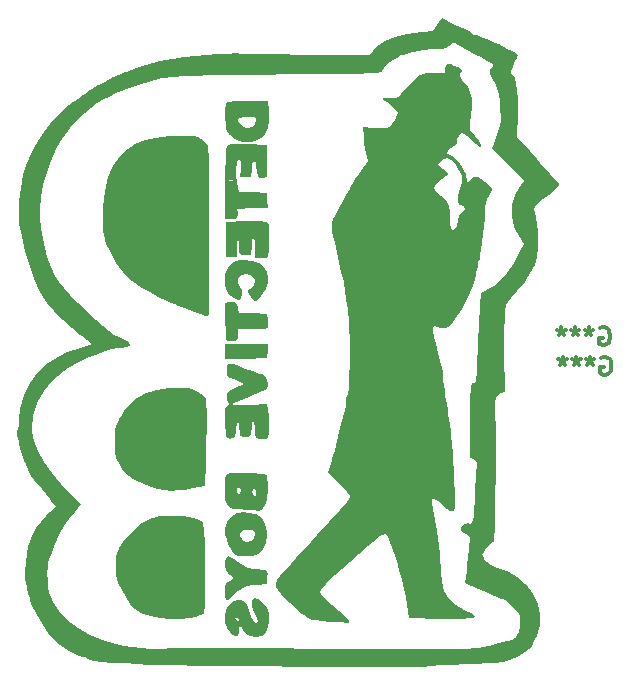
<source format=gbr>
%TF.GenerationSoftware,KiCad,Pcbnew,(6.0.0)*%
%TF.CreationDate,2022-05-29T15:10:24+02:00*%
%TF.ProjectId,DETECTIVE BOYS BADGE,44455445-4354-4495-9645-20424f595320,rev?*%
%TF.SameCoordinates,Original*%
%TF.FileFunction,Legend,Bot*%
%TF.FilePolarity,Positive*%
%FSLAX46Y46*%
G04 Gerber Fmt 4.6, Leading zero omitted, Abs format (unit mm)*
G04 Created by KiCad (PCBNEW (6.0.0)) date 2022-05-29 15:10:24*
%MOMM*%
%LPD*%
G01*
G04 APERTURE LIST*
%ADD10C,0.300000*%
G04 APERTURE END LIST*
D10*
%TO.C,G\u002A\u002A\u002A*%
X179742571Y-126238000D02*
X179887714Y-126165428D01*
X180105428Y-126165428D01*
X180323142Y-126238000D01*
X180468285Y-126383142D01*
X180540857Y-126528285D01*
X180613428Y-126818571D01*
X180613428Y-127036285D01*
X180540857Y-127326571D01*
X180468285Y-127471714D01*
X180323142Y-127616857D01*
X180105428Y-127689428D01*
X179960285Y-127689428D01*
X179742571Y-127616857D01*
X179670000Y-127544285D01*
X179670000Y-127036285D01*
X179960285Y-127036285D01*
X178799142Y-126165428D02*
X178799142Y-126528285D01*
X179162000Y-126383142D02*
X178799142Y-126528285D01*
X178436285Y-126383142D01*
X179016857Y-126818571D02*
X178799142Y-126528285D01*
X178581428Y-126818571D01*
X177638000Y-126165428D02*
X177638000Y-126528285D01*
X178000857Y-126383142D02*
X177638000Y-126528285D01*
X177275142Y-126383142D01*
X177855714Y-126818571D02*
X177638000Y-126528285D01*
X177420285Y-126818571D01*
X176476857Y-126165428D02*
X176476857Y-126528285D01*
X176839714Y-126383142D02*
X176476857Y-126528285D01*
X176114000Y-126383142D01*
X176694571Y-126818571D02*
X176476857Y-126528285D01*
X176259142Y-126818571D01*
X179842571Y-128738000D02*
X179987714Y-128665428D01*
X180205428Y-128665428D01*
X180423142Y-128738000D01*
X180568285Y-128883142D01*
X180640857Y-129028285D01*
X180713428Y-129318571D01*
X180713428Y-129536285D01*
X180640857Y-129826571D01*
X180568285Y-129971714D01*
X180423142Y-130116857D01*
X180205428Y-130189428D01*
X180060285Y-130189428D01*
X179842571Y-130116857D01*
X179770000Y-130044285D01*
X179770000Y-129536285D01*
X180060285Y-129536285D01*
X178899142Y-128665428D02*
X178899142Y-129028285D01*
X179262000Y-128883142D02*
X178899142Y-129028285D01*
X178536285Y-128883142D01*
X179116857Y-129318571D02*
X178899142Y-129028285D01*
X178681428Y-129318571D01*
X177738000Y-128665428D02*
X177738000Y-129028285D01*
X178100857Y-128883142D02*
X177738000Y-129028285D01*
X177375142Y-128883142D01*
X177955714Y-129318571D02*
X177738000Y-129028285D01*
X177520285Y-129318571D01*
X176576857Y-128665428D02*
X176576857Y-129028285D01*
X176939714Y-128883142D02*
X176576857Y-129028285D01*
X176214000Y-128883142D01*
X176794571Y-129318571D02*
X176576857Y-129028285D01*
X176359142Y-129318571D01*
G36*
X150571279Y-151193424D02*
G01*
X150700032Y-151177080D01*
X150769436Y-151021546D01*
X150712140Y-150763215D01*
X150531280Y-150459569D01*
X150495474Y-150408797D01*
X150368031Y-150112479D01*
X150296080Y-149755621D01*
X150283632Y-149410829D01*
X150334698Y-149150709D01*
X150453288Y-149047867D01*
X150478307Y-149049268D01*
X150747302Y-149150168D01*
X151076279Y-149366272D01*
X151381960Y-149635090D01*
X151581069Y-149894135D01*
X151636547Y-150022923D01*
X151735462Y-150508007D01*
X151724944Y-151049593D01*
X151617640Y-151575191D01*
X151426200Y-152012310D01*
X151163273Y-152288461D01*
X151071805Y-152334894D01*
X150619216Y-152417116D01*
X150145450Y-152313355D01*
X149719069Y-152048638D01*
X149408634Y-151647990D01*
X149222507Y-151274882D01*
X149214808Y-151786493D01*
X149195903Y-152085832D01*
X149125783Y-152255087D01*
X148977052Y-152298104D01*
X148956211Y-152296972D01*
X148711493Y-152180448D01*
X148436891Y-151921749D01*
X148195052Y-151591029D01*
X148048624Y-151258440D01*
X148035974Y-151205092D01*
X148002249Y-150771351D01*
X148882422Y-150771351D01*
X148966351Y-150913744D01*
X149057797Y-151014540D01*
X149161660Y-151094313D01*
X149182364Y-151074361D01*
X149207109Y-150913744D01*
X149180662Y-150823292D01*
X149011801Y-150733176D01*
X148993013Y-150733344D01*
X148882422Y-150771351D01*
X148002249Y-150771351D01*
X147990465Y-150619801D01*
X148103297Y-150084954D01*
X148349649Y-149646291D01*
X148704702Y-149349552D01*
X149143637Y-149240474D01*
X149376827Y-149251895D01*
X149600761Y-149323251D01*
X149771280Y-149498293D01*
X149926323Y-149820146D01*
X150103828Y-150331933D01*
X150230188Y-150684154D01*
X150344257Y-150913744D01*
X150411397Y-151048879D01*
X150571279Y-151193424D01*
G37*
G36*
X148430648Y-129233916D02*
G01*
X148747341Y-129313135D01*
X149188575Y-129458673D01*
X149700565Y-129654163D01*
X150110015Y-129817497D01*
X150558408Y-129988682D01*
X150887551Y-130105272D01*
X151045919Y-130148341D01*
X151098143Y-130153062D01*
X151347978Y-130299016D01*
X151538729Y-130591234D01*
X151614692Y-130951095D01*
X151604413Y-131141512D01*
X151531732Y-131319009D01*
X151342402Y-131466778D01*
X150982702Y-131643694D01*
X150974721Y-131647334D01*
X150193805Y-132000229D01*
X149605781Y-132257860D01*
X149187114Y-132429902D01*
X148914265Y-132526031D01*
X148763699Y-132555924D01*
X148690027Y-132572409D01*
X148671445Y-132686080D01*
X148726650Y-132721962D01*
X148986888Y-132760327D01*
X149462607Y-132763517D01*
X150165204Y-132731882D01*
X151578521Y-132647528D01*
X151655472Y-133113337D01*
X151667317Y-133189872D01*
X151715370Y-133661647D01*
X151736489Y-134182308D01*
X151732323Y-134694071D01*
X151704521Y-135139152D01*
X151654729Y-135459769D01*
X151584598Y-135598138D01*
X151288217Y-135651208D01*
X150934444Y-135631555D01*
X150681754Y-135537405D01*
X150630538Y-135461166D01*
X150558626Y-135175116D01*
X150531280Y-134768199D01*
X150516675Y-134492733D01*
X150461426Y-134227083D01*
X150386473Y-134113072D01*
X150314935Y-134178683D01*
X150269931Y-134451896D01*
X150248458Y-134776067D01*
X150223270Y-135032619D01*
X150190070Y-135176727D01*
X150137347Y-135280321D01*
X150088836Y-135335601D01*
X149845280Y-135450415D01*
X149550778Y-135479439D01*
X149333686Y-135403070D01*
X149294732Y-135335954D01*
X149231904Y-135065941D01*
X149207109Y-134698673D01*
X149190306Y-134365242D01*
X149134557Y-134156448D01*
X149060287Y-134165875D01*
X148989015Y-134384893D01*
X148942264Y-134804874D01*
X148919208Y-135135180D01*
X148867977Y-135381962D01*
X148761863Y-135507644D01*
X148568822Y-135578612D01*
X148422462Y-135610626D01*
X148235872Y-135576012D01*
X148117400Y-135368271D01*
X148098656Y-135304556D01*
X148049979Y-134984479D01*
X148016055Y-134526509D01*
X148003318Y-134007377D01*
X148007337Y-133640693D01*
X148034328Y-133204797D01*
X148092603Y-132936939D01*
X148188989Y-132792448D01*
X148291208Y-132672212D01*
X148249178Y-132512875D01*
X148161131Y-132315642D01*
X148123697Y-132009851D01*
X148123853Y-131981101D01*
X148148310Y-131780602D01*
X148248964Y-131631411D01*
X148475116Y-131487091D01*
X148876067Y-131301207D01*
X149628436Y-130970105D01*
X149267299Y-130808075D01*
X148910974Y-130653079D01*
X148514929Y-130488186D01*
X148452334Y-130462304D01*
X148234845Y-130335793D01*
X148142756Y-130149839D01*
X148123697Y-129814230D01*
X148123747Y-129796801D01*
X148169841Y-129404057D01*
X148303699Y-129229058D01*
X148430648Y-129233916D01*
G37*
G36*
X151144335Y-117172455D02*
G01*
X151417662Y-117211226D01*
X151564978Y-117276466D01*
X151611602Y-117325295D01*
X151679519Y-117477541D01*
X151717678Y-117739068D01*
X151730722Y-118153529D01*
X151723295Y-118764575D01*
X151710342Y-119225285D01*
X151690434Y-119698387D01*
X151668395Y-120036586D01*
X151647062Y-120186967D01*
X151612887Y-120212101D01*
X151398716Y-120258750D01*
X151065882Y-120277251D01*
X150531280Y-120277251D01*
X150531280Y-119434597D01*
X150529624Y-119281350D01*
X150498971Y-118849962D01*
X150441594Y-118635215D01*
X150373198Y-118642459D01*
X150309488Y-118877042D01*
X150266171Y-119344313D01*
X150260585Y-119459071D01*
X150233918Y-119820879D01*
X150182844Y-120009359D01*
X150080317Y-120079088D01*
X149899290Y-120084645D01*
X149800787Y-120081042D01*
X149454266Y-120055226D01*
X149278385Y-119975892D01*
X149215285Y-119789298D01*
X149207109Y-119441702D01*
X149199383Y-119237099D01*
X149151662Y-118924018D01*
X149074821Y-118765152D01*
X149007965Y-118788875D01*
X148974778Y-119009078D01*
X148984537Y-119450227D01*
X149026541Y-120217062D01*
X148063508Y-120217062D01*
X148063508Y-117237592D01*
X149720257Y-117179028D01*
X150088349Y-117167384D01*
X150712172Y-117158419D01*
X151144335Y-117172455D01*
G37*
G36*
X149075505Y-114258294D02*
G01*
X149150238Y-114679621D01*
X150352370Y-114739811D01*
X151554503Y-114800000D01*
X151590745Y-115427856D01*
X151626988Y-116055711D01*
X150326764Y-116089941D01*
X149026541Y-116124171D01*
X149059733Y-116420515D01*
X149067474Y-116635917D01*
X149033416Y-116871937D01*
X149020540Y-116894444D01*
X148830203Y-116990269D01*
X148491061Y-117027014D01*
X148008214Y-117027014D01*
X148010266Y-114061403D01*
X148011103Y-113738852D01*
X148313941Y-113738852D01*
X148484835Y-113757770D01*
X148650431Y-113740990D01*
X148635308Y-113697053D01*
X148580818Y-113681153D01*
X148334361Y-113697053D01*
X148313941Y-113738852D01*
X148011103Y-113738852D01*
X148011182Y-113708352D01*
X148020245Y-112816742D01*
X148038103Y-112060587D01*
X148063734Y-111466202D01*
X148096116Y-111059901D01*
X148134230Y-110867998D01*
X148188691Y-110789186D01*
X148291886Y-110723221D01*
X148474963Y-110683095D01*
X148778105Y-110664399D01*
X149241496Y-110662722D01*
X149905322Y-110673657D01*
X151554503Y-110707109D01*
X151554503Y-113475830D01*
X151178998Y-113512378D01*
X151170089Y-113513216D01*
X150914959Y-113492170D01*
X150757427Y-113347351D01*
X150677029Y-113040677D01*
X150653303Y-112534064D01*
X150644454Y-112320149D01*
X150586443Y-112138597D01*
X150453385Y-112112737D01*
X150334009Y-112191982D01*
X150267807Y-112408786D01*
X150242722Y-112813744D01*
X150230332Y-113475830D01*
X149283107Y-113475830D01*
X149313813Y-112723460D01*
X149320917Y-112497603D01*
X149311296Y-112172129D01*
X149259605Y-112013108D01*
X149155435Y-111971090D01*
X149096602Y-111982038D01*
X149015138Y-112085948D01*
X148970826Y-112337740D01*
X148952096Y-112783649D01*
X148949190Y-113201252D01*
X148955304Y-113541831D01*
X148969306Y-113716588D01*
X148972501Y-113729377D01*
X148974917Y-113740990D01*
X149016749Y-113942090D01*
X149075505Y-114258294D01*
G37*
G36*
X169985508Y-116880486D02*
G01*
X169934246Y-117581363D01*
X169865710Y-118301604D01*
X169786236Y-118989271D01*
X169702160Y-119592424D01*
X169619816Y-120059127D01*
X169545543Y-120337441D01*
X169542428Y-120345191D01*
X169454488Y-120638116D01*
X169379501Y-120999526D01*
X169373324Y-121037480D01*
X169317086Y-121348310D01*
X169272806Y-121541232D01*
X169268603Y-121554864D01*
X169214224Y-121767717D01*
X169142563Y-122082939D01*
X168987414Y-122648857D01*
X168601445Y-123584378D01*
X168030486Y-124603397D01*
X167263981Y-125726387D01*
X167072050Y-125980438D01*
X166878894Y-126171606D01*
X166668961Y-126243132D01*
X166369990Y-126215427D01*
X165909716Y-126108901D01*
X165847424Y-126095034D01*
X165662533Y-126095939D01*
X165583562Y-126216235D01*
X165602074Y-126491744D01*
X165709628Y-126958294D01*
X165855927Y-127524288D01*
X166057503Y-128325281D01*
X166211003Y-128976362D01*
X166326890Y-129529023D01*
X166415625Y-130034752D01*
X166487671Y-130545039D01*
X166553491Y-131111375D01*
X166582348Y-131362614D01*
X166653851Y-131894887D01*
X166727095Y-132341196D01*
X166790061Y-132624661D01*
X166801110Y-132663202D01*
X166873313Y-133056247D01*
X166902844Y-133479446D01*
X166903508Y-133533132D01*
X166941458Y-133954116D01*
X167019785Y-134313553D01*
X167054272Y-134475066D01*
X167105985Y-134861456D01*
X167161354Y-135404220D01*
X167215661Y-136055939D01*
X167264185Y-136769194D01*
X167301746Y-137390813D01*
X167365260Y-138453056D01*
X167414697Y-139310493D01*
X167450515Y-139986713D01*
X167473169Y-140505304D01*
X167483117Y-140889855D01*
X167480816Y-141163956D01*
X167466721Y-141351194D01*
X167441289Y-141475160D01*
X167404978Y-141559441D01*
X167358244Y-141627628D01*
X167296610Y-141700502D01*
X167196386Y-141750653D01*
X167052474Y-141703274D01*
X166818648Y-141538483D01*
X166448679Y-141236395D01*
X166022579Y-140894861D01*
X165715291Y-140689212D01*
X165541624Y-140643414D01*
X165482003Y-140752764D01*
X165516852Y-141012559D01*
X165636649Y-141564501D01*
X165804033Y-142472302D01*
X165942687Y-143450237D01*
X166016180Y-144029775D01*
X166104392Y-144714935D01*
X166183023Y-145316114D01*
X166239875Y-145831897D01*
X166284819Y-146427826D01*
X166301744Y-146922705D01*
X166360077Y-147759409D01*
X166574576Y-148526958D01*
X166966189Y-149161561D01*
X167555146Y-149695002D01*
X168361678Y-150159066D01*
X168650117Y-150299579D01*
X168969199Y-150472035D01*
X169144007Y-150604688D01*
X169160774Y-150702196D01*
X169005732Y-150769221D01*
X168665111Y-150810422D01*
X168125143Y-150830458D01*
X167372061Y-150833990D01*
X166392097Y-150825678D01*
X163594145Y-150793365D01*
X163312133Y-149108057D01*
X163295584Y-149011333D01*
X163152460Y-148286972D01*
X162970734Y-147511409D01*
X162761797Y-146720415D01*
X162537045Y-145949759D01*
X162307868Y-145235209D01*
X162085661Y-144612537D01*
X161881816Y-144117510D01*
X161707726Y-143785900D01*
X161574785Y-143653476D01*
X161510998Y-143654021D01*
X161256713Y-143751743D01*
X160963095Y-143953034D01*
X160915479Y-143993262D01*
X160102655Y-144684750D01*
X159312346Y-145365517D01*
X158567673Y-146014974D01*
X157891754Y-146612531D01*
X157307711Y-147137599D01*
X156838662Y-147569586D01*
X156507728Y-147887905D01*
X156338029Y-148071965D01*
X156301887Y-148122349D01*
X156136107Y-148401572D01*
X156068721Y-148602329D01*
X156069371Y-148614777D01*
X156128856Y-148749307D01*
X156298887Y-148953803D01*
X156599275Y-149247809D01*
X157049830Y-149650868D01*
X157670360Y-150182526D01*
X157712215Y-150218149D01*
X158063023Y-150533498D01*
X158340001Y-150810484D01*
X158486359Y-150992722D01*
X158531462Y-151102540D01*
X158486166Y-151167521D01*
X158293701Y-151181048D01*
X157907943Y-151156151D01*
X157427295Y-151119483D01*
X156834160Y-151076641D01*
X156257663Y-151036957D01*
X156223606Y-151034661D01*
X155715252Y-150987241D01*
X155350364Y-150909114D01*
X155036739Y-150771533D01*
X154682172Y-150545750D01*
X154381085Y-150315413D01*
X153972957Y-149961874D01*
X153531982Y-149549244D01*
X153101330Y-149120630D01*
X152724171Y-148719139D01*
X152443672Y-148387881D01*
X152303004Y-148169961D01*
X152287385Y-148122808D01*
X152278808Y-147885404D01*
X152387360Y-147597193D01*
X152629737Y-147232033D01*
X153022636Y-146763783D01*
X153582752Y-146166303D01*
X154020420Y-145705728D01*
X154629204Y-145046646D01*
X155241320Y-144367372D01*
X155774074Y-143758760D01*
X156232679Y-143231697D01*
X156771707Y-142626688D01*
X157291313Y-142056389D01*
X157723934Y-141595748D01*
X157988413Y-141312170D01*
X158302456Y-140947448D01*
X158517155Y-140662403D01*
X158596683Y-140501937D01*
X158541068Y-140383492D01*
X158342907Y-140122273D01*
X158034910Y-139772384D01*
X157652601Y-139376186D01*
X156708520Y-138437642D01*
X156943357Y-137753892D01*
X157065611Y-137388774D01*
X157179316Y-137016768D01*
X157287207Y-136614459D01*
X157407530Y-136113370D01*
X157558530Y-135445024D01*
X157666784Y-134987658D01*
X157825854Y-134366538D01*
X157984101Y-133791334D01*
X157989036Y-133774159D01*
X158113409Y-133286144D01*
X158201867Y-132836774D01*
X158235545Y-132521334D01*
X158235622Y-132507125D01*
X158272938Y-132197669D01*
X158357915Y-132000190D01*
X158363921Y-131992821D01*
X158417340Y-131798536D01*
X158463727Y-131406521D01*
X158502279Y-130855630D01*
X158532196Y-130184719D01*
X158552675Y-129432642D01*
X158562917Y-128638254D01*
X158562120Y-127840410D01*
X158549481Y-127077965D01*
X158524201Y-126389774D01*
X158485478Y-125814692D01*
X158475820Y-125708348D01*
X158372050Y-124634037D01*
X158273483Y-123756470D01*
X158174666Y-123035460D01*
X158070143Y-122430822D01*
X157954461Y-121902370D01*
X157941138Y-121847828D01*
X157665077Y-120708678D01*
X157445259Y-119777426D01*
X157277644Y-119029973D01*
X157158194Y-118442219D01*
X157082867Y-117990067D01*
X157047625Y-117649415D01*
X157048429Y-117396166D01*
X157081238Y-117206219D01*
X157142013Y-117055476D01*
X157169958Y-117000592D01*
X157304514Y-116716185D01*
X157461589Y-116364929D01*
X157616973Y-116047307D01*
X157863665Y-115598900D01*
X158133794Y-115148129D01*
X158156824Y-115111447D01*
X158379306Y-114745589D01*
X158536868Y-114466107D01*
X158575042Y-114379851D01*
X165699053Y-114379851D01*
X165751776Y-114509319D01*
X165962272Y-114751245D01*
X166283329Y-115016608D01*
X166300141Y-115028725D01*
X166619692Y-115288082D01*
X166829560Y-115553036D01*
X166951961Y-115882153D01*
X167009110Y-116333997D01*
X167023223Y-116967132D01*
X167055175Y-117431711D01*
X167158884Y-117791296D01*
X167306220Y-117940376D01*
X167467866Y-117874273D01*
X167614502Y-117588309D01*
X167716810Y-117077806D01*
X167764815Y-116781529D01*
X167871770Y-116544111D01*
X168063153Y-116418766D01*
X168237209Y-116317613D01*
X168329093Y-116122505D01*
X168221000Y-115931084D01*
X167926067Y-115802411D01*
X167796044Y-115751730D01*
X167717185Y-115596999D01*
X167714744Y-115276874D01*
X167727551Y-115147051D01*
X167813802Y-114691602D01*
X167944584Y-114241001D01*
X167958568Y-114201897D01*
X168057304Y-113891748D01*
X168079359Y-113653977D01*
X168018809Y-113390641D01*
X167869725Y-113003794D01*
X167749526Y-112739880D01*
X167449106Y-112269502D01*
X167119732Y-111961529D01*
X166796326Y-111853388D01*
X166573310Y-111923541D01*
X166300948Y-112092887D01*
X166000000Y-112329709D01*
X166481517Y-112756114D01*
X166706022Y-112960007D01*
X166851157Y-113127035D01*
X166852700Y-113232569D01*
X166733792Y-113329175D01*
X166399696Y-113566859D01*
X166043609Y-113879218D01*
X165793482Y-114167050D01*
X165699053Y-114379851D01*
X158575042Y-114379851D01*
X158596683Y-114330952D01*
X158640587Y-114237886D01*
X158795484Y-113979498D01*
X159035808Y-113603022D01*
X159333945Y-113152593D01*
X160071207Y-112056127D01*
X159940327Y-111441808D01*
X159878779Y-111101859D01*
X159802596Y-110550779D01*
X159748866Y-110010280D01*
X159688286Y-109193072D01*
X160576630Y-109273572D01*
X160671008Y-109281938D01*
X161252361Y-109316223D01*
X161657590Y-109287017D01*
X161940570Y-109174543D01*
X162155176Y-108959026D01*
X162355282Y-108620692D01*
X162659449Y-108034425D01*
X162283279Y-107604979D01*
X162186053Y-107500192D01*
X161853481Y-107199766D01*
X161545972Y-106989979D01*
X161489709Y-106959659D01*
X161335230Y-106844430D01*
X161365403Y-106790849D01*
X161431707Y-106786561D01*
X161721690Y-106771841D01*
X162096231Y-106755935D01*
X162150916Y-106753602D01*
X162439525Y-106721450D01*
X162659951Y-106628431D01*
X162883041Y-106430607D01*
X163179644Y-106084042D01*
X163467898Y-105752764D01*
X163848027Y-105358435D01*
X164175301Y-105060819D01*
X164289872Y-104970963D01*
X164528489Y-104816943D01*
X164785234Y-104725320D01*
X165134316Y-104675204D01*
X165649945Y-104645704D01*
X166662086Y-104603257D01*
X166662086Y-104261576D01*
X166700168Y-103979586D01*
X166848711Y-103830063D01*
X167108611Y-103893725D01*
X167114106Y-103896680D01*
X167380783Y-104024625D01*
X167715403Y-104167947D01*
X167996665Y-104305374D01*
X168098499Y-104438748D01*
X167986256Y-104567773D01*
X167971990Y-104577235D01*
X167868704Y-104777312D01*
X167942304Y-105057981D01*
X168178263Y-105359348D01*
X168188873Y-105369302D01*
X168542638Y-105774676D01*
X168772702Y-106230831D01*
X168888331Y-106781231D01*
X168898788Y-107469335D01*
X168813338Y-108338606D01*
X168771783Y-108669244D01*
X168730169Y-109140757D01*
X168738448Y-109422176D01*
X168796195Y-109543288D01*
X168952154Y-109679322D01*
X169184347Y-109946044D01*
X169418335Y-110258480D01*
X169599085Y-110542421D01*
X169671564Y-110723662D01*
X169669125Y-110775439D01*
X169617695Y-110869199D01*
X169479776Y-110827953D01*
X169229436Y-110638037D01*
X168840748Y-110285782D01*
X168807230Y-110254498D01*
X168477381Y-109965827D01*
X168207466Y-109761455D01*
X168053105Y-109683886D01*
X167933571Y-109736440D01*
X167771076Y-109945200D01*
X167664561Y-110219468D01*
X167665171Y-110457281D01*
X167645602Y-110626967D01*
X167401546Y-110818602D01*
X167128818Y-110990018D01*
X166901817Y-111189863D01*
X166874545Y-111223486D01*
X166799994Y-111378880D01*
X166910585Y-111488629D01*
X167179409Y-111658288D01*
X167720688Y-112107726D01*
X168058323Y-112572986D01*
X168083800Y-112625553D01*
X168244945Y-112957233D01*
X168365106Y-113203343D01*
X168417883Y-113346683D01*
X168467773Y-113662962D01*
X168467773Y-113913551D01*
X168817399Y-113664595D01*
X168858325Y-113635877D01*
X169107211Y-113479435D01*
X169256361Y-113415640D01*
X169397739Y-113461800D01*
X169672726Y-113622087D01*
X169997761Y-113851028D01*
X170308989Y-114100047D01*
X170542553Y-114320572D01*
X170634598Y-114464030D01*
X170630586Y-114501318D01*
X170532960Y-114743845D01*
X170345674Y-115035695D01*
X170273203Y-115136873D01*
X170158233Y-115356516D01*
X170083232Y-115635201D01*
X170034916Y-116033500D01*
X170029544Y-116122505D01*
X170000004Y-116611986D01*
X169985508Y-116880486D01*
G37*
G36*
X144347414Y-131270283D02*
G01*
X144946622Y-131335043D01*
X145388725Y-131448153D01*
X145750155Y-131637525D01*
X146107346Y-131931070D01*
X146159066Y-131979640D01*
X146276334Y-132105095D01*
X146355087Y-132246652D01*
X146402980Y-132449241D01*
X146427664Y-132757796D01*
X146436794Y-133217245D01*
X146438021Y-133872522D01*
X146437266Y-134110408D01*
X146428418Y-134896694D01*
X146411206Y-135796343D01*
X146387614Y-136715931D01*
X146359628Y-137562035D01*
X146281603Y-139618856D01*
X145246489Y-139804802D01*
X144622420Y-139908691D01*
X143993992Y-139980849D01*
X143447576Y-139991105D01*
X142899999Y-139940122D01*
X142268090Y-139828564D01*
X141562515Y-139640952D01*
X140539546Y-139178825D01*
X140247459Y-139004164D01*
X139846021Y-138733901D01*
X139553840Y-138466999D01*
X139302732Y-138135648D01*
X139024516Y-137672038D01*
X138885430Y-137413570D01*
X138776070Y-137141475D01*
X138714111Y-136839817D01*
X138686065Y-136438231D01*
X138678448Y-135866351D01*
X138678137Y-135701717D01*
X138684717Y-135191583D01*
X138716746Y-134823802D01*
X138791593Y-134520204D01*
X138926630Y-134202622D01*
X139139228Y-133792888D01*
X139157842Y-133758380D01*
X139458899Y-133266352D01*
X139800212Y-132799590D01*
X140111456Y-132454875D01*
X140536633Y-132127214D01*
X141325749Y-131721669D01*
X142249109Y-131432895D01*
X143253658Y-131275997D01*
X144286342Y-131266084D01*
X144347414Y-131270283D01*
G37*
G36*
X148977698Y-124163109D02*
G01*
X149086730Y-124491888D01*
X149146920Y-124911848D01*
X150350711Y-124972038D01*
X151554503Y-125032228D01*
X151629544Y-125573934D01*
X151648662Y-125731102D01*
X151668643Y-126041314D01*
X151652534Y-126205924D01*
X151573677Y-126234016D01*
X151295346Y-126266146D01*
X150867770Y-126288088D01*
X150343607Y-126296209D01*
X149086730Y-126296209D01*
X149086730Y-126769729D01*
X149086713Y-126785688D01*
X149065506Y-127089457D01*
X148971341Y-127233435D01*
X148755688Y-127294564D01*
X148574628Y-127322272D01*
X148354597Y-127337897D01*
X148207800Y-127287397D01*
X148118085Y-127135870D01*
X148069304Y-126848411D01*
X148045306Y-126390117D01*
X148029941Y-125726086D01*
X147996374Y-124135714D01*
X148291272Y-124061699D01*
X148371050Y-124043027D01*
X148750478Y-124019621D01*
X148977698Y-124163109D01*
G37*
G36*
X144623595Y-109925568D02*
G01*
X145114830Y-109937280D01*
X145452867Y-109982753D01*
X145717292Y-110079979D01*
X145987692Y-110246950D01*
X146118207Y-110342424D01*
X146401023Y-110585764D01*
X146566304Y-110781379D01*
X146578017Y-110845145D01*
X146596325Y-111127815D01*
X146612842Y-111608203D01*
X146627519Y-112260516D01*
X146640308Y-113058964D01*
X146651160Y-113977753D01*
X146660024Y-114991093D01*
X146666853Y-116073191D01*
X146671597Y-117198255D01*
X146674207Y-118340494D01*
X146674635Y-119474116D01*
X146672831Y-120573329D01*
X146668746Y-121612340D01*
X146662331Y-122565359D01*
X146653537Y-123406593D01*
X146642315Y-124110251D01*
X146628616Y-124650540D01*
X146612392Y-125001669D01*
X146593592Y-125137846D01*
X146585304Y-125145996D01*
X146495254Y-125212796D01*
X146405471Y-125195266D01*
X146120846Y-125110531D01*
X145711330Y-124974565D01*
X145237245Y-124808638D01*
X144758914Y-124634022D01*
X144336660Y-124471986D01*
X144030806Y-124343801D01*
X143777705Y-124229259D01*
X143219496Y-123982357D01*
X142706636Y-123761601D01*
X142510042Y-123671794D01*
X142040164Y-123429521D01*
X141496503Y-123124353D01*
X140961138Y-122801438D01*
X140140477Y-122221370D01*
X139394062Y-121515177D01*
X138769723Y-120686006D01*
X138216092Y-119675356D01*
X138139404Y-119513943D01*
X137946046Y-119082725D01*
X137821575Y-118727767D01*
X137747917Y-118369819D01*
X137706998Y-117929633D01*
X137680747Y-117327962D01*
X137685628Y-115937789D01*
X137821425Y-114611895D01*
X138096048Y-113469440D01*
X138512498Y-112501467D01*
X139073777Y-111699015D01*
X139782885Y-111053123D01*
X140373344Y-110685722D01*
X141187266Y-110343700D01*
X142137621Y-110107651D01*
X143254013Y-109970596D01*
X144566042Y-109925558D01*
X144623595Y-109925568D01*
G37*
G36*
X151393430Y-109791974D02*
G01*
X151044406Y-110163625D01*
X150560578Y-110381950D01*
X150123623Y-110471197D01*
X149430952Y-110470955D01*
X148858215Y-110263096D01*
X148403232Y-109847082D01*
X148339106Y-109760279D01*
X148198923Y-109524084D01*
X148111347Y-109254450D01*
X148059037Y-108882272D01*
X148035495Y-108509956D01*
X149097581Y-108509956D01*
X149129798Y-108702822D01*
X149336226Y-109005567D01*
X149576797Y-109221689D01*
X149877932Y-109322749D01*
X149961014Y-109315928D01*
X150288208Y-109174450D01*
X150546672Y-108909595D01*
X150651659Y-108600474D01*
X150630657Y-108476356D01*
X150528740Y-108400643D01*
X150292652Y-108367220D01*
X149869195Y-108359716D01*
X149630601Y-108363196D01*
X149258280Y-108404303D01*
X149097581Y-108509956D01*
X148035495Y-108509956D01*
X148024650Y-108338443D01*
X148017906Y-108170476D01*
X148015370Y-107674353D01*
X148041102Y-107313171D01*
X148092152Y-107139318D01*
X148121964Y-107123702D01*
X148353032Y-107081157D01*
X148763818Y-107045136D01*
X149308957Y-107018914D01*
X149943086Y-107005764D01*
X151674882Y-106991348D01*
X151712803Y-107765816D01*
X151715623Y-108523841D01*
X151704993Y-108600474D01*
X151614788Y-109250784D01*
X151393430Y-109791974D01*
G37*
G36*
X148284802Y-145556982D02*
G01*
X148449859Y-145626911D01*
X148744904Y-145801269D01*
X149108136Y-146043651D01*
X149540336Y-146319163D01*
X149975231Y-146506443D01*
X150437536Y-146593079D01*
X150772626Y-146626442D01*
X151197064Y-146679941D01*
X151448649Y-146750339D01*
X151569754Y-146864955D01*
X151602752Y-147051108D01*
X151590018Y-147336119D01*
X151554503Y-147904266D01*
X150645467Y-147964455D01*
X150292271Y-147993601D01*
X149850420Y-148069891D01*
X149489629Y-148214914D01*
X149129290Y-148465499D01*
X148688799Y-148858478D01*
X148512523Y-149016488D01*
X148262908Y-149212182D01*
X148116998Y-149288626D01*
X148065129Y-149208352D01*
X148020489Y-148946029D01*
X148003318Y-148564581D01*
X148011338Y-148172772D01*
X148056199Y-147919473D01*
X148167832Y-147758581D01*
X148376155Y-147613802D01*
X148748991Y-147387066D01*
X148376155Y-147111416D01*
X148229476Y-146992503D01*
X148049347Y-146738416D01*
X148003318Y-146386733D01*
X148025003Y-146002027D01*
X148118589Y-145670471D01*
X148281821Y-145556872D01*
X148284802Y-145556982D01*
G37*
G36*
X143609479Y-142149020D02*
G01*
X143891222Y-142152631D01*
X144501470Y-142173786D01*
X144951930Y-142217599D01*
X145301267Y-142291526D01*
X145608151Y-142403021D01*
X146162274Y-142644061D01*
X146237885Y-143528666D01*
X146246329Y-143637956D01*
X146271842Y-144127789D01*
X146291151Y-144755356D01*
X146304406Y-145482811D01*
X146311758Y-146272310D01*
X146313359Y-147086009D01*
X146309359Y-147886062D01*
X146299909Y-148634626D01*
X146285161Y-149293855D01*
X146265266Y-149825906D01*
X146240373Y-150192933D01*
X146210636Y-150357092D01*
X146141663Y-150421307D01*
X145879781Y-150557306D01*
X145519078Y-150680010D01*
X144918077Y-150790433D01*
X144156932Y-150840554D01*
X143333051Y-150825635D01*
X142506553Y-150751232D01*
X141737555Y-150622899D01*
X141086178Y-150446191D01*
X140612538Y-150226663D01*
X140375934Y-150034781D01*
X139979979Y-149591001D01*
X139585365Y-149025907D01*
X139236369Y-148405340D01*
X138977270Y-147795136D01*
X138803491Y-147103913D01*
X138732306Y-146297223D01*
X138793042Y-145536310D01*
X138985481Y-144899130D01*
X139013235Y-144842549D01*
X139348241Y-144324977D01*
X139825581Y-143765143D01*
X140381996Y-143225111D01*
X140954226Y-142766945D01*
X141479011Y-142452711D01*
X141590238Y-142402144D01*
X141889669Y-142281806D01*
X142178503Y-142205278D01*
X142519545Y-142163606D01*
X142975602Y-142147837D01*
X143609479Y-142149020D01*
G37*
G36*
X151614692Y-128142022D02*
G01*
X151612071Y-128276693D01*
X151583782Y-128583595D01*
X151534440Y-128743918D01*
X151506423Y-128755105D01*
X151284479Y-128782305D01*
X150884055Y-128804223D01*
X150350398Y-128818849D01*
X149728752Y-128824171D01*
X148003318Y-128824171D01*
X148003318Y-127620379D01*
X151614692Y-127620379D01*
X151614692Y-128142022D01*
G37*
G36*
X149590642Y-120473505D02*
G01*
X150268264Y-120534213D01*
X150842743Y-120716863D01*
X151257236Y-121035811D01*
X151541135Y-121506623D01*
X151664649Y-121907807D01*
X151667928Y-122423149D01*
X151470473Y-122941695D01*
X151061561Y-123508209D01*
X150869757Y-123714732D01*
X150636325Y-123915831D01*
X150492402Y-123975982D01*
X150350173Y-123853273D01*
X150167501Y-123596979D01*
X150010310Y-123305660D01*
X149938183Y-123076066D01*
X149953779Y-123007299D01*
X150105718Y-122925593D01*
X150108178Y-122925576D01*
X150309960Y-122816792D01*
X150467632Y-122551783D01*
X150531280Y-122214007D01*
X150525739Y-122148406D01*
X150380796Y-121892673D01*
X150096617Y-121719184D01*
X149750343Y-121646903D01*
X149419112Y-121694793D01*
X149180064Y-121881819D01*
X149107065Y-122067415D01*
X149116831Y-122432498D01*
X149282051Y-122742579D01*
X149415132Y-122987960D01*
X149407578Y-123367988D01*
X149353975Y-123646415D01*
X149256696Y-123843784D01*
X149079914Y-123853512D01*
X148766125Y-123705890D01*
X148463604Y-123518713D01*
X148208232Y-123262953D01*
X148058646Y-122928110D01*
X147993279Y-122461470D01*
X147990562Y-121810318D01*
X148002359Y-121661198D01*
X148124964Y-121292372D01*
X148415441Y-120907474D01*
X148459317Y-120859778D01*
X148687454Y-120634161D01*
X148893752Y-120516106D01*
X149165663Y-120473319D01*
X149590642Y-120473505D01*
G37*
G36*
X151461555Y-144454444D02*
G01*
X151194965Y-144971864D01*
X150805918Y-145343005D01*
X150799459Y-145346962D01*
X150364971Y-145499358D01*
X149741243Y-145553669D01*
X149465262Y-145550729D01*
X149134592Y-145514374D01*
X148906485Y-145415117D01*
X148694311Y-145225830D01*
X148556893Y-145067587D01*
X148220720Y-144495605D01*
X148036873Y-143859837D01*
X148035681Y-143817338D01*
X149233480Y-143817338D01*
X149395784Y-144121279D01*
X149543817Y-144244535D01*
X149871791Y-144334143D01*
X150191934Y-144246501D01*
X150434883Y-144010172D01*
X150531280Y-143653715D01*
X150510228Y-143540565D01*
X150327834Y-143357576D01*
X150006108Y-143290572D01*
X149603507Y-143358175D01*
X149589623Y-143362913D01*
X149301553Y-143551838D01*
X149233480Y-143817338D01*
X148035681Y-143817338D01*
X148019183Y-143229154D01*
X148181482Y-142672424D01*
X148202223Y-142633195D01*
X148555604Y-142172007D01*
X149024506Y-141908777D01*
X149640587Y-141825119D01*
X150067513Y-141848488D01*
X150660615Y-142005782D01*
X151092746Y-142327104D01*
X151384650Y-142830972D01*
X151557070Y-143535901D01*
X151562999Y-143653715D01*
X151573760Y-143867558D01*
X151461555Y-144454444D01*
G37*
G36*
X176292417Y-114060572D02*
G01*
X176273308Y-114117468D01*
X176105369Y-114324951D01*
X175799325Y-114611209D01*
X175397995Y-114937929D01*
X174944199Y-115266803D01*
X174927755Y-115278140D01*
X174605220Y-115543681D01*
X174346130Y-115823437D01*
X174333949Y-115839953D01*
X174221495Y-116017376D01*
X174183270Y-116192526D01*
X174217464Y-116443065D01*
X174322265Y-116846660D01*
X174335580Y-116897140D01*
X174433141Y-117417103D01*
X174503357Y-118057699D01*
X174534123Y-118712322D01*
X174517930Y-119412754D01*
X174415754Y-120191985D01*
X174202191Y-120901877D01*
X173855569Y-121593979D01*
X173354216Y-122319842D01*
X172676460Y-123131016D01*
X172562488Y-123261696D01*
X172227266Y-123672264D01*
X171956539Y-124041123D01*
X171800419Y-124301331D01*
X171757071Y-124435140D01*
X171716110Y-124679732D01*
X171685811Y-125040581D01*
X171665214Y-125542575D01*
X171653358Y-126210599D01*
X171649282Y-127069539D01*
X171652026Y-128144280D01*
X171669036Y-131617470D01*
X171398871Y-131720187D01*
X171388513Y-131724185D01*
X171022776Y-131982501D01*
X170838488Y-132389806D01*
X170843961Y-132928011D01*
X170847787Y-132952761D01*
X170871491Y-133246240D01*
X170889948Y-133729357D01*
X170903414Y-134373417D01*
X170912148Y-135149728D01*
X170916406Y-136029598D01*
X170916447Y-136984334D01*
X170912527Y-137985243D01*
X170904905Y-139003632D01*
X170893839Y-140010808D01*
X170879584Y-140978080D01*
X170862400Y-141876753D01*
X170842544Y-142678136D01*
X170820273Y-143353535D01*
X170795845Y-143874259D01*
X170769517Y-144211613D01*
X170741547Y-144336906D01*
X170686545Y-144358919D01*
X170395962Y-144553679D01*
X170105198Y-144842411D01*
X169881458Y-145149834D01*
X169791944Y-145400666D01*
X169797041Y-145457788D01*
X169928231Y-145755490D01*
X170181823Y-146062484D01*
X170483914Y-146302565D01*
X170760603Y-146399526D01*
X170885233Y-146416877D01*
X171055925Y-146519905D01*
X171134044Y-146585206D01*
X171364859Y-146640285D01*
X171597777Y-146684401D01*
X172017343Y-146866282D01*
X172501586Y-147154892D01*
X172990243Y-147513223D01*
X173423049Y-147904266D01*
X173442055Y-147923856D01*
X174101029Y-148738394D01*
X174521516Y-149575718D01*
X174705325Y-150444245D01*
X174654267Y-151352394D01*
X174370153Y-152308581D01*
X174188259Y-152736091D01*
X173972231Y-153141960D01*
X173725634Y-153437406D01*
X173389032Y-153689555D01*
X172902987Y-153965531D01*
X172719865Y-154060592D01*
X172320073Y-154241139D01*
X171910471Y-154376629D01*
X171444875Y-154475565D01*
X170877095Y-154546452D01*
X170160945Y-154597794D01*
X169250237Y-154638095D01*
X168906094Y-154651322D01*
X168152489Y-154683805D01*
X167404832Y-154720200D01*
X166702224Y-154758210D01*
X166083767Y-154795537D01*
X165588562Y-154829884D01*
X165255710Y-154858956D01*
X165124313Y-154880455D01*
X165026883Y-154890942D01*
X164706208Y-154900869D01*
X164181586Y-154908358D01*
X163472877Y-154913531D01*
X162599938Y-154916509D01*
X161582629Y-154917416D01*
X160440807Y-154916374D01*
X159194332Y-154913505D01*
X157863063Y-154908932D01*
X156466857Y-154902777D01*
X155025574Y-154895162D01*
X153559072Y-154886210D01*
X152087209Y-154876043D01*
X150629844Y-154864784D01*
X149206837Y-154852555D01*
X147838045Y-154839478D01*
X146543326Y-154825677D01*
X145342541Y-154811272D01*
X144255547Y-154796387D01*
X143302202Y-154781144D01*
X142502366Y-154765666D01*
X141875898Y-154750074D01*
X141442654Y-154734491D01*
X140692060Y-154697027D01*
X139457431Y-154624132D01*
X138416590Y-154546744D01*
X137578932Y-154465831D01*
X136953850Y-154382364D01*
X136550738Y-154297313D01*
X136378990Y-154211647D01*
X136320028Y-154159047D01*
X136105377Y-154103792D01*
X135869141Y-154053445D01*
X135470621Y-153893591D01*
X134994077Y-153656887D01*
X134502159Y-153377022D01*
X134057521Y-153087687D01*
X133722813Y-152822574D01*
X133563941Y-152666887D01*
X133000943Y-152008281D01*
X132460835Y-151227937D01*
X131984165Y-150394784D01*
X131611482Y-149577749D01*
X131383336Y-148845760D01*
X131355039Y-148713869D01*
X131242928Y-148198327D01*
X131137901Y-147723697D01*
X131095466Y-147450701D01*
X131072749Y-146832296D01*
X131112309Y-146114452D01*
X131208147Y-145380612D01*
X131354264Y-144714218D01*
X131468511Y-144366970D01*
X131682650Y-143845982D01*
X131932850Y-143329838D01*
X132182203Y-142893218D01*
X132393800Y-142610804D01*
X132410969Y-142593365D01*
X132605948Y-142380854D01*
X132843782Y-142106517D01*
X132861712Y-142085492D01*
X133140462Y-141795824D01*
X133404942Y-141571996D01*
X133673390Y-141384493D01*
X133291263Y-140852436D01*
X133176235Y-140695927D01*
X132823067Y-140241084D01*
X132481108Y-139828741D01*
X132215906Y-139522208D01*
X131846255Y-139078500D01*
X131580394Y-138721054D01*
X131380461Y-138391351D01*
X131208599Y-138030872D01*
X131026947Y-137581100D01*
X130976624Y-137448055D01*
X130795296Y-136914436D01*
X130653911Y-136416391D01*
X130579587Y-136046920D01*
X130559164Y-135900168D01*
X130485359Y-135562638D01*
X130401854Y-135360013D01*
X130361445Y-135280692D01*
X130387504Y-135059065D01*
X130399636Y-135034633D01*
X130457653Y-134801204D01*
X130460399Y-134782894D01*
X131633057Y-134782894D01*
X131645608Y-135020552D01*
X131812212Y-135786243D01*
X132157994Y-136638587D01*
X132664465Y-137546944D01*
X133313136Y-138480672D01*
X134085520Y-139409131D01*
X134963127Y-140301681D01*
X135843966Y-141125638D01*
X135264355Y-141775947D01*
X135100154Y-141969797D01*
X134574481Y-142705608D01*
X134063211Y-143578503D01*
X133608157Y-144512552D01*
X133251135Y-145431822D01*
X133180984Y-145647284D01*
X133048603Y-146113950D01*
X132979953Y-146520322D01*
X132962420Y-146966284D01*
X132983387Y-147551723D01*
X132984440Y-147571706D01*
X133029076Y-148170659D01*
X133102133Y-148622090D01*
X133224327Y-149016565D01*
X133416376Y-149444651D01*
X133898663Y-150203929D01*
X134622382Y-150965133D01*
X135530869Y-151649327D01*
X136597156Y-152239305D01*
X137794276Y-152717863D01*
X139095261Y-153067795D01*
X139480424Y-153141503D01*
X140192461Y-153251423D01*
X140927368Y-153337661D01*
X141633204Y-153396292D01*
X142258030Y-153423388D01*
X142749905Y-153415024D01*
X143056890Y-153367272D01*
X143107081Y-153355023D01*
X143388520Y-153326468D01*
X143883178Y-153305662D01*
X144595626Y-153292570D01*
X145530433Y-153287158D01*
X146692171Y-153289391D01*
X148085409Y-153299234D01*
X149714716Y-153316653D01*
X150380414Y-153324620D01*
X152734547Y-153351109D01*
X154972416Y-153373641D01*
X157083650Y-153392197D01*
X159057875Y-153406755D01*
X160884722Y-153417296D01*
X162553819Y-153423799D01*
X164054794Y-153426243D01*
X165377276Y-153424609D01*
X166510893Y-153418875D01*
X167445275Y-153409021D01*
X168170049Y-153395027D01*
X168674844Y-153376873D01*
X168949290Y-153354537D01*
X169394702Y-153282345D01*
X170357497Y-153108182D01*
X171183135Y-152932582D01*
X171846011Y-152761853D01*
X172320518Y-152602298D01*
X172581050Y-152460224D01*
X172641828Y-152398595D01*
X172874724Y-151993205D01*
X173003747Y-151456841D01*
X173007487Y-150869375D01*
X172967595Y-150616573D01*
X172865877Y-150342715D01*
X172666555Y-150076205D01*
X172322958Y-149740048D01*
X172314512Y-149732295D01*
X171979976Y-149447858D01*
X171695706Y-149245380D01*
X171522440Y-149168247D01*
X171507308Y-149167798D01*
X171337302Y-149131758D01*
X171055221Y-149030366D01*
X170635359Y-148852825D01*
X170052008Y-148588337D01*
X169279461Y-148226104D01*
X168345652Y-147783886D01*
X168401414Y-147302370D01*
X168460293Y-146782667D01*
X168516034Y-146258254D01*
X168573979Y-145672473D01*
X168643253Y-144936064D01*
X168739825Y-143893930D01*
X168363041Y-143699087D01*
X168080573Y-143487924D01*
X167986256Y-143213492D01*
X168029995Y-142973284D01*
X168232690Y-142795020D01*
X168613721Y-142771098D01*
X168731254Y-142778726D01*
X168854407Y-142752763D01*
X168942535Y-142654195D01*
X169004628Y-142449434D01*
X169049674Y-142104888D01*
X169086663Y-141586969D01*
X169124582Y-140862085D01*
X169145336Y-140456146D01*
X169185318Y-139728440D01*
X169226886Y-139025221D01*
X169263793Y-138454503D01*
X169292593Y-138003596D01*
X169298635Y-137674331D01*
X169267092Y-137484637D01*
X169188088Y-137381249D01*
X169051746Y-137310901D01*
X168768721Y-137190521D01*
X168768721Y-134060664D01*
X168768919Y-133369836D01*
X168770946Y-132575280D01*
X168777000Y-131974490D01*
X168789277Y-131539894D01*
X168809973Y-131243919D01*
X168841284Y-131058994D01*
X168885407Y-130957545D01*
X168944537Y-130912001D01*
X169020870Y-130894790D01*
X169100775Y-130875662D01*
X169172494Y-130817691D01*
X169225552Y-130689058D01*
X169265435Y-130455774D01*
X169297629Y-130083854D01*
X169327620Y-129539310D01*
X169360893Y-128788155D01*
X169381237Y-128319070D01*
X169414743Y-127584073D01*
X169447216Y-126912382D01*
X169475766Y-126363083D01*
X169497503Y-125995261D01*
X169499719Y-125962074D01*
X169530067Y-125461457D01*
X169562885Y-124854546D01*
X169591446Y-124265232D01*
X169636653Y-123257479D01*
X170406479Y-122842772D01*
X170731767Y-122647585D01*
X171323170Y-122170396D01*
X171881372Y-121539731D01*
X172429581Y-120727420D01*
X172991001Y-119705293D01*
X173311274Y-119073145D01*
X173017766Y-118682070D01*
X172863642Y-118460443D01*
X172466688Y-117634106D01*
X172283563Y-116749658D01*
X172314272Y-115847885D01*
X172558821Y-114969572D01*
X173017214Y-114155506D01*
X173314265Y-113751770D01*
X170580859Y-111010588D01*
X170743157Y-110618090D01*
X170936850Y-110141704D01*
X171139868Y-109593691D01*
X171265765Y-109145397D01*
X171328388Y-108726584D01*
X171341588Y-108267011D01*
X171319213Y-107696442D01*
X171252956Y-106945188D01*
X171104810Y-106120166D01*
X170892287Y-105476615D01*
X170622472Y-105041531D01*
X170444657Y-104756388D01*
X170412212Y-104419265D01*
X170573083Y-104147546D01*
X170577702Y-104143691D01*
X170680777Y-104025616D01*
X170670127Y-103908339D01*
X170519368Y-103766802D01*
X170202114Y-103575945D01*
X169691983Y-103310708D01*
X169651340Y-103290159D01*
X169093040Y-103004437D01*
X168510871Y-102701480D01*
X168024539Y-102443541D01*
X167280357Y-102042649D01*
X166993558Y-102312083D01*
X166921021Y-102375639D01*
X166699229Y-102503366D01*
X166395858Y-102565317D01*
X165932007Y-102581517D01*
X165640443Y-102589728D01*
X164798350Y-102678092D01*
X163910762Y-102846506D01*
X163099029Y-103073879D01*
X162914750Y-103149220D01*
X162559083Y-103333830D01*
X162178818Y-103563693D01*
X161833489Y-103799699D01*
X161582632Y-104002735D01*
X161485782Y-104133690D01*
X161447966Y-104239933D01*
X161314968Y-104454480D01*
X161311190Y-104459581D01*
X161270229Y-104503880D01*
X161207377Y-104542294D01*
X161105800Y-104575414D01*
X160948660Y-104603827D01*
X160719124Y-104628123D01*
X160400355Y-104648891D01*
X159975518Y-104666718D01*
X159427777Y-104682194D01*
X158740298Y-104695908D01*
X157896244Y-104708449D01*
X156878780Y-104720404D01*
X155671071Y-104732364D01*
X154256281Y-104744917D01*
X152617575Y-104758651D01*
X151861356Y-104765020D01*
X150233570Y-104779912D01*
X148820011Y-104795204D01*
X147602022Y-104811725D01*
X146560952Y-104830301D01*
X145678144Y-104851763D01*
X144934945Y-104876936D01*
X144312700Y-104906650D01*
X143792756Y-104941733D01*
X143356459Y-104983013D01*
X142985153Y-105031317D01*
X142660185Y-105087474D01*
X142362900Y-105152312D01*
X142074645Y-105226659D01*
X142007881Y-105244907D01*
X141561191Y-105366174D01*
X141111612Y-105487232D01*
X140692945Y-105618272D01*
X140108525Y-105829430D01*
X139448275Y-106086897D01*
X138784842Y-106361431D01*
X138190873Y-106623792D01*
X137739013Y-106844739D01*
X137134740Y-107200792D01*
X136102802Y-107992084D01*
X135140522Y-108988168D01*
X134705987Y-109517472D01*
X134187550Y-110223102D01*
X133761904Y-110922761D01*
X133397009Y-111677480D01*
X133060824Y-112548286D01*
X132721309Y-113596209D01*
X132681546Y-113752946D01*
X132601160Y-114142794D01*
X132507889Y-114655407D01*
X132414833Y-115221327D01*
X132316171Y-116075849D01*
X132303089Y-116910351D01*
X132385286Y-117766076D01*
X132568960Y-118706659D01*
X132860308Y-119795735D01*
X132875535Y-119847563D01*
X133115802Y-120621579D01*
X133350593Y-121255882D01*
X133610959Y-121800247D01*
X133927953Y-122304449D01*
X134332628Y-122818264D01*
X134856037Y-123391468D01*
X135529232Y-124073835D01*
X135539377Y-124083913D01*
X136378136Y-124906884D01*
X137079717Y-125570284D01*
X137667812Y-126093219D01*
X138166113Y-126494794D01*
X138598312Y-126794116D01*
X138988099Y-127010290D01*
X139359168Y-127162422D01*
X139555735Y-127239365D01*
X139844054Y-127438336D01*
X139936072Y-127693256D01*
X139855802Y-127762950D01*
X139587239Y-127841042D01*
X139185545Y-127899884D01*
X138884376Y-127941304D01*
X138106687Y-128122186D01*
X137229813Y-128405249D01*
X136320753Y-128765051D01*
X135446506Y-129176149D01*
X134674070Y-129613101D01*
X134345224Y-129832704D01*
X133398298Y-130630619D01*
X132641630Y-131544977D01*
X132087208Y-132555396D01*
X131747020Y-133641495D01*
X131633057Y-134782894D01*
X130460399Y-134782894D01*
X130515858Y-134413167D01*
X130563290Y-133940285D01*
X130664314Y-133107875D01*
X130970640Y-131895933D01*
X131457178Y-130840863D01*
X132127639Y-129936913D01*
X132985735Y-129178332D01*
X134035176Y-128559368D01*
X134465274Y-128362767D01*
X134883144Y-128190023D01*
X135178778Y-128087716D01*
X135685141Y-127950439D01*
X136248248Y-127788942D01*
X136597396Y-127674469D01*
X136745008Y-127603176D01*
X136738094Y-127572441D01*
X136594664Y-127426742D01*
X136310804Y-127198333D01*
X135927133Y-126921088D01*
X135747997Y-126793643D01*
X135008780Y-126207877D01*
X134239503Y-125519114D01*
X133519836Y-124801550D01*
X132929453Y-124129384D01*
X132745195Y-123880345D01*
X132314161Y-123144606D01*
X131895845Y-122206046D01*
X131486724Y-121055181D01*
X131083274Y-119682528D01*
X130681975Y-118078604D01*
X130581034Y-117447997D01*
X130540007Y-116498042D01*
X130589965Y-115444398D01*
X130722751Y-114350274D01*
X130930208Y-113278879D01*
X131204179Y-112293421D01*
X131536506Y-111457109D01*
X131705844Y-111128566D01*
X132133833Y-110407556D01*
X132641461Y-109658499D01*
X133191088Y-108929982D01*
X133745073Y-108270593D01*
X134265773Y-107728920D01*
X134715549Y-107353550D01*
X134782950Y-107307233D01*
X135103720Y-107086694D01*
X135526954Y-106795604D01*
X135979530Y-106484253D01*
X136127075Y-106383570D01*
X136572882Y-106088405D01*
X136963986Y-105841644D01*
X137229384Y-105688493D01*
X137300567Y-105652056D01*
X137628309Y-105483265D01*
X138069808Y-105254988D01*
X138550228Y-105005898D01*
X138747881Y-104904946D01*
X139169200Y-104701433D01*
X139494324Y-104560357D01*
X139665369Y-104507583D01*
X139777129Y-104490723D01*
X140029833Y-104393159D01*
X140296143Y-104279156D01*
X140742260Y-104125548D01*
X141295596Y-103955567D01*
X141890998Y-103788303D01*
X142463314Y-103642846D01*
X142947394Y-103538288D01*
X143592008Y-103429805D01*
X144484433Y-103305882D01*
X145442448Y-103195790D01*
X146415525Y-103103718D01*
X147353135Y-103033856D01*
X148204748Y-102990391D01*
X148919836Y-102977513D01*
X149447868Y-102999411D01*
X149530367Y-103005399D01*
X149885256Y-103019374D01*
X150439179Y-103032599D01*
X151162736Y-103044688D01*
X152026526Y-103055260D01*
X153001147Y-103063931D01*
X154057200Y-103070315D01*
X155165282Y-103074031D01*
X160220610Y-103084161D01*
X160522154Y-102734774D01*
X160816671Y-102432319D01*
X161509716Y-101936359D01*
X162368615Y-101565159D01*
X163410197Y-101312346D01*
X164651291Y-101171549D01*
X165589785Y-101110970D01*
X165979913Y-100531663D01*
X166370041Y-99952355D01*
X167498892Y-100544661D01*
X167856906Y-100728334D01*
X168292427Y-100939425D01*
X168620303Y-101083600D01*
X168788517Y-101136967D01*
X168853314Y-101147237D01*
X168949290Y-101257346D01*
X168964356Y-101307454D01*
X169114307Y-101377725D01*
X169115642Y-101377735D01*
X169316302Y-101427373D01*
X169678755Y-101558343D01*
X170148567Y-101747898D01*
X170671305Y-101973291D01*
X171192534Y-102211775D01*
X171657820Y-102440604D01*
X171898558Y-102563935D01*
X172269813Y-102750680D01*
X172529630Y-102877104D01*
X172647792Y-102933198D01*
X172757310Y-103016308D01*
X172770537Y-103143515D01*
X172685562Y-103372811D01*
X172500474Y-103762189D01*
X172339880Y-104116754D01*
X172221866Y-104480409D01*
X172232625Y-104703569D01*
X172367866Y-104820495D01*
X172424423Y-104853103D01*
X172567067Y-105072880D01*
X172672134Y-105485245D01*
X172741109Y-106101718D01*
X172775476Y-106933821D01*
X172776721Y-107993074D01*
X172750895Y-110043318D01*
X173174724Y-110495593D01*
X173198329Y-110520939D01*
X173454914Y-110805437D01*
X173816267Y-111216088D01*
X174237726Y-111701800D01*
X174674632Y-112211482D01*
X174764911Y-112317156D01*
X175178468Y-112792932D01*
X175550959Y-113208891D01*
X175844589Y-113523410D01*
X176021564Y-113694863D01*
X176077045Y-113751770D01*
X176206769Y-113884827D01*
X176292417Y-114060572D01*
G37*
G36*
X151538566Y-140764787D02*
G01*
X151533175Y-140794769D01*
X151408824Y-141170121D01*
X151223817Y-141468169D01*
X151069681Y-141604691D01*
X150839667Y-141678222D01*
X150486060Y-141650724D01*
X150275479Y-141625419D01*
X149790664Y-141593528D01*
X149298032Y-141586224D01*
X149077341Y-141587241D01*
X148740913Y-141557854D01*
X148513116Y-141462385D01*
X148304904Y-141272725D01*
X148193231Y-141142394D01*
X148090959Y-140963550D01*
X148033743Y-140726826D01*
X148008793Y-140371293D01*
X148003318Y-139836024D01*
X148003877Y-139790300D01*
X148971503Y-139790300D01*
X149039420Y-140069775D01*
X149041647Y-140075511D01*
X149165769Y-140246891D01*
X149278389Y-140201482D01*
X149315537Y-140018208D01*
X150312788Y-140018208D01*
X150378021Y-140286357D01*
X150438289Y-140408126D01*
X150516757Y-140479417D01*
X150591617Y-140350474D01*
X150632220Y-140192236D01*
X150614307Y-139966520D01*
X150522122Y-139836675D01*
X150386806Y-139874995D01*
X150343264Y-139959242D01*
X150312788Y-140018208D01*
X149315537Y-140018208D01*
X149327489Y-139959242D01*
X149292147Y-139762940D01*
X149146920Y-139658294D01*
X149057471Y-139669637D01*
X148971503Y-139790300D01*
X148003877Y-139790300D01*
X148008683Y-139397136D01*
X148036649Y-138972241D01*
X148094270Y-138711633D01*
X148187939Y-138571518D01*
X148209241Y-138556031D01*
X148385097Y-138495797D01*
X148698274Y-138465686D01*
X149182813Y-138464035D01*
X149872755Y-138489180D01*
X149912978Y-138491105D01*
X150491858Y-138524401D01*
X150982048Y-138562475D01*
X151332914Y-138600779D01*
X151493821Y-138634767D01*
X151533847Y-138705329D01*
X151581601Y-138974650D01*
X151607302Y-139379650D01*
X151609598Y-139855935D01*
X151593965Y-140192236D01*
X151587137Y-140339111D01*
X151538566Y-140764787D01*
G37*
%TD*%
M02*

</source>
